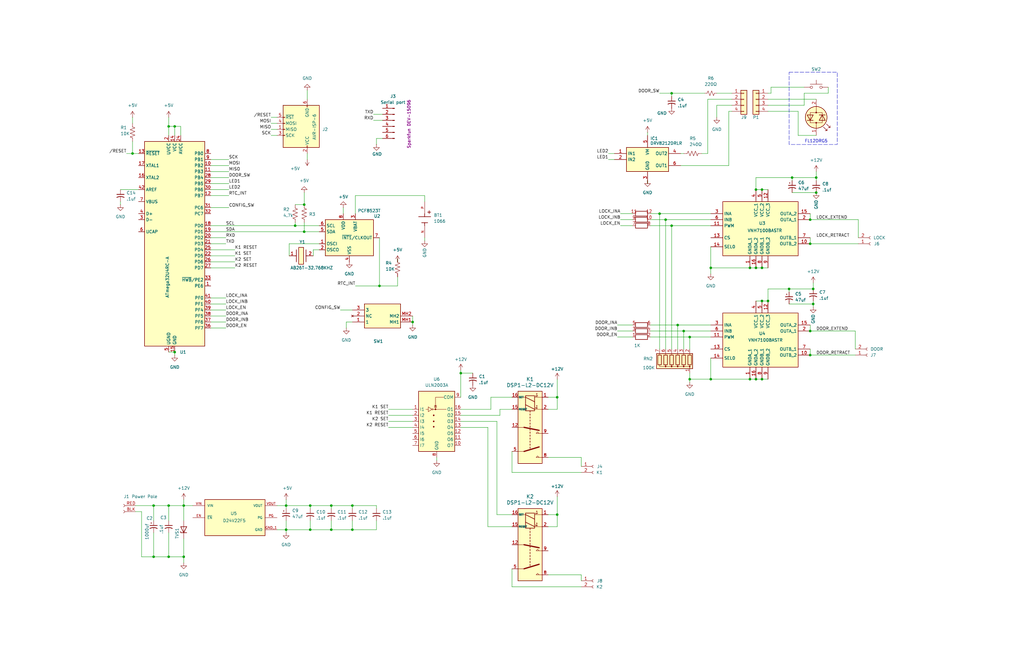
<source format=kicad_sch>
(kicad_sch (version 20250114) (generator "eeschema") (generator_version "9.0")
  (paper "B")
  (title_block (title "Chicken Coop Controller Board") (date "2026-01-12") (rev "3") (company "vinthewrench.com") (comment 1 "CERN-OHL-P v2 Permissive Open Hardware Licence") (comment 2 "© 2026 Vinnie Moscaritolo"))
  (rectangle (start 332.74 30.48) (end 353.06 60.96) (stroke (width 0) (type dash)))
  (text "FL12DRG5" (at 344.17 59.69 0) (effects (font (size 1.27 1.27))))
  (junction (at 64.77 213.36))
  (junction (at 344.17 81.28))
  (junction (at 288.29 139.7))
  (junction (at 342.9 121.92))
  (junction (at 160.02 120.65))
  (junction (at 120.65 223.52))
  (junction (at 130.81 213.36))
  (junction (at 332.74 121.92))
  (junction (at 280.67 92.71))
  (junction (at 278.13 90.17))
  (junction (at 341.63 102.87))
  (junction (at 148.59 213.36))
  (junction (at 321.31 160.02))
  (junction (at 318.77 160.02))
  (junction (at 321.31 113.03))
  (junction (at 321.31 80.01))
  (junction (at 285.75 137.16))
  (junction (at 234.95 167.64))
  (junction (at 139.7 213.36))
  (junction (at 120.65 213.36))
  (junction (at 344.17 74.93))
  (junction (at 334.01 74.93))
  (junction (at 139.7 223.52))
  (junction (at 194.31 157.48))
  (junction (at 290.83 142.24))
  (junction (at 341.63 139.7))
  (junction (at 77.47 234.95))
  (junction (at 323.85 127))
  (junction (at 318.77 80.01))
  (junction (at 316.23 160.02))
  (junction (at 299.72 160.02))
  (junction (at 234.95 217.17))
  (junction (at 71.12 234.95))
  (junction (at 64.77 234.95))
  (junction (at 130.81 223.52))
  (junction (at 55.88 64.77))
  (junction (at 342.9 128.27))
  (junction (at 73.66 53.34))
  (junction (at 299.72 113.03))
  (junction (at 341.63 92.71))
  (junction (at 73.66 148.59))
  (junction (at 71.12 213.36))
  (junction (at 290.83 160.02))
  (junction (at 173.99 135.89))
  (junction (at 283.21 39.37))
  (junction (at 318.77 113.03))
  (junction (at 124.46 95.25))
  (junction (at 128.27 86.36))
  (junction (at 71.12 53.34))
  (junction (at 77.47 213.36))
  (junction (at 148.59 223.52))
  (junction (at 283.21 95.25))
  (junction (at 316.23 113.03))
  (junction (at 321.31 127))
  (junction (at 341.63 149.86))
  (junction (at 128.27 97.79))
  (wire (pts (xy 148.59 223.52) (xy 139.7 223.52)))
  (wire (pts (xy 325.12 36.83) (xy 339.09 36.83)))
  (wire (pts (xy 148.59 213.36) (xy 158.75 213.36)))
  (wire (pts (xy 280.67 147.32) (xy 280.67 92.71)))
  (wire (pts (xy 207.01 167.64) (xy 215.9 167.64)))
  (wire (pts (xy 283.21 39.37) (xy 297.18 39.37)))
  (wire (pts (xy 285.75 137.16) (xy 285.75 147.32)))
  (wire (pts (xy 116.84 49.53) (xy 114.3 49.53)))
  (wire (pts (xy 210.82 175.26) (xy 210.82 172.72)))
  (wire (pts (xy 344.17 72.39) (xy 344.17 74.93)))
  (wire (pts (xy 274.32 139.7) (xy 288.29 139.7)))
  (wire (pts (xy 307.34 69.85) (xy 307.34 46.99)))
  (wire (pts (xy 88.9 110.49) (xy 99.06 110.49)))
  (wire (pts (xy 88.9 130.81) (xy 95.25 130.81)))
  (wire (pts (xy 124.46 93.98) (xy 124.46 95.25)))
  (wire (pts (xy 321.31 127) (xy 323.85 127)))
  (wire (pts (xy 283.21 95.25) (xy 283.21 147.32)))
  (wire (pts (xy 332.74 123.19) (xy 332.74 121.92)))
  (wire (pts (xy 344.17 74.93) (xy 334.01 74.93)))
  (wire (pts (xy 55.88 49.53) (xy 55.88 52.07)))
  (wire (pts (xy 231.14 193.04) (xy 245.11 193.04)))
  (wire (pts (xy 302.26 39.37) (xy 308.61 39.37)))
  (wire (pts (xy 194.31 177.8) (xy 209.55 177.8)))
  (wire (pts (xy 59.69 215.9) (xy 59.69 234.95)))
  (wire (pts (xy 76.2 57.15) (xy 76.2 53.34)))
  (wire (pts (xy 321.31 113.03) (xy 323.85 113.03)))
  (wire (pts (xy 143.51 130.81) (xy 148.59 130.81)))
  (wire (pts (xy 64.77 213.36) (xy 64.77 219.71)))
  (wire (pts (xy 361.95 100.33) (xy 361.95 92.71)))
  (wire (pts (xy 121.92 102.87) (xy 121.92 107.95)))
  (wire (pts (xy 323.85 121.92) (xy 332.74 121.92)))
  (wire (pts (xy 57.15 215.9) (xy 59.69 215.9)))
  (wire (pts (xy 344.17 76.2) (xy 344.17 74.93)))
  (wire (pts (xy 290.83 160.02) (xy 290.83 161.29)))
  (wire (pts (xy 88.9 80.01) (xy 96.52 80.01)))
  (wire (pts (xy 71.12 53.34) (xy 71.12 57.15)))
  (wire (pts (xy 336.55 57.15) (xy 344.17 57.15)))
  (wire (pts (xy 128.27 97.79) (xy 134.62 97.79)))
  (wire (pts (xy 88.9 138.43) (xy 95.25 138.43)))
  (wire (pts (xy 179.07 82.55) (xy 179.07 85.09)))
  (wire (pts (xy 73.66 57.15) (xy 73.66 53.34)))
  (wire (pts (xy 323.85 44.45) (xy 339.09 44.45)))
  (wire (pts (xy 73.66 148.59) (xy 73.66 149.86)))
  (wire (pts (xy 71.12 213.36) (xy 71.12 219.71)))
  (wire (pts (xy 341.63 139.7) (xy 360.68 139.7)))
  (wire (pts (xy 55.88 59.69) (xy 55.88 64.77)))
  (wire (pts (xy 148.59 219.71) (xy 148.59 223.52)))
  (wire (pts (xy 290.83 142.24) (xy 299.72 142.24)))
  (wire (pts (xy 50.8 85.09) (xy 50.8 86.36)))
  (wire (pts (xy 88.9 67.31) (xy 96.52 67.31)))
  (wire (pts (xy 260.35 142.24) (xy 266.7 142.24)))
  (wire (pts (xy 290.83 142.24) (xy 290.83 147.32)))
  (wire (pts (xy 88.9 128.27) (xy 95.25 128.27)))
  (wire (pts (xy 325.12 39.37) (xy 325.12 36.83)))
  (wire (pts (xy 184.15 193.04) (xy 184.15 194.31)))
  (wire (pts (xy 209.55 177.8) (xy 209.55 217.17)))
  (wire (pts (xy 130.81 214.63) (xy 130.81 213.36)))
  (wire (pts (xy 234.95 217.17) (xy 234.95 222.25)))
  (wire (pts (xy 139.7 213.36) (xy 139.7 214.63)))
  (wire (pts (xy 361.95 102.87) (xy 341.63 102.87)))
  (wire (pts (xy 318.77 80.01) (xy 321.31 80.01)))
  (wire (pts (xy 173.99 172.72) (xy 163.83 172.72)))
  (wire (pts (xy 149.86 120.65) (xy 160.02 120.65)))
  (wire (pts (xy 287.02 64.77) (xy 288.29 64.77)))
  (wire (pts (xy 76.2 53.34) (xy 73.66 53.34)))
  (wire (pts (xy 266.7 95.25) (xy 261.62 95.25)))
  (wire (pts (xy 342.9 119.38) (xy 342.9 121.92)))
  (wire (pts (xy 73.66 53.34) (xy 71.12 53.34)))
  (wire (pts (xy 325.12 39.37) (xy 323.85 39.37)))
  (wire (pts (xy 332.74 121.92) (xy 342.9 121.92)))
  (wire (pts (xy 77.47 227.33) (xy 77.47 234.95)))
  (wire (pts (xy 336.55 46.99) (xy 336.55 57.15)))
  (wire (pts (xy 139.7 223.52) (xy 130.81 223.52)))
  (wire (pts (xy 318.77 127) (xy 321.31 127)))
  (wire (pts (xy 88.9 82.55) (xy 96.52 82.55)))
  (wire (pts (xy 88.9 77.47) (xy 96.52 77.47)))
  (wire (pts (xy 278.13 90.17) (xy 278.13 147.32)))
  (wire (pts (xy 231.14 217.17) (xy 234.95 217.17)))
  (wire (pts (xy 71.12 213.36) (xy 77.47 213.36)))
  (wire (pts (xy 146.05 135.89) (xy 148.59 135.89)))
  (wire (pts (xy 342.9 128.27) (xy 342.9 129.54)))
  (wire (pts (xy 215.9 190.5) (xy 215.9 199.39)))
  (wire (pts (xy 124.46 95.25) (xy 134.62 95.25)))
  (wire (pts (xy 88.9 102.87) (xy 95.25 102.87)))
  (wire (pts (xy 323.85 127) (xy 323.85 121.92)))
  (wire (pts (xy 234.95 172.72) (xy 231.14 172.72)))
  (wire (pts (xy 274.32 142.24) (xy 290.83 142.24)))
  (wire (pts (xy 158.75 214.63) (xy 158.75 213.36)))
  (wire (pts (xy 88.9 125.73) (xy 95.25 125.73)))
  (wire (pts (xy 341.63 92.71) (xy 341.63 90.17)))
  (wire (pts (xy 342.9 127) (xy 342.9 128.27)))
  (wire (pts (xy 283.21 39.37) (xy 283.21 40.64)))
  (wire (pts (xy 307.34 46.99) (xy 308.61 46.99)))
  (wire (pts (xy 120.65 219.71) (xy 120.65 223.52)))
  (wire (pts (xy 71.12 224.79) (xy 71.12 234.95)))
  (wire (pts (xy 116.84 57.15) (xy 114.3 57.15)))
  (wire (pts (xy 245.11 196.85) (xy 245.11 193.04)))
  (wire (pts (xy 207.01 172.72) (xy 207.01 167.64)))
  (wire (pts (xy 179.07 100.33) (xy 179.07 101.6)))
  (wire (pts (xy 167.64 120.65) (xy 160.02 120.65)))
  (wire (pts (xy 120.65 223.52) (xy 130.81 223.52)))
  (wire (pts (xy 321.31 160.02) (xy 323.85 160.02)))
  (wire (pts (xy 129.54 38.1) (xy 129.54 41.91)))
  (wire (pts (xy 299.72 104.14) (xy 299.72 113.03)))
  (wire (pts (xy 288.29 139.7) (xy 299.72 139.7)))
  (wire (pts (xy 215.9 247.65) (xy 245.11 247.65)))
  (wire (pts (xy 149.86 90.17) (xy 149.86 82.55)))
  (wire (pts (xy 139.7 213.36) (xy 148.59 213.36)))
  (wire (pts (xy 283.21 95.25) (xy 299.72 95.25)))
  (wire (pts (xy 194.31 157.48) (xy 194.31 167.64)))
  (wire (pts (xy 215.9 240.03) (xy 215.9 247.65)))
  (wire (pts (xy 77.47 237.49) (xy 77.47 234.95)))
  (wire (pts (xy 274.32 92.71) (xy 280.67 92.71)))
  (wire (pts (xy 231.14 242.57) (xy 245.11 242.57)))
  (wire (pts (xy 194.31 175.26) (xy 210.82 175.26)))
  (wire (pts (xy 57.15 213.36) (xy 64.77 213.36)))
  (wire (pts (xy 287.02 69.85) (xy 307.34 69.85)))
  (wire (pts (xy 194.31 180.34) (xy 205.74 180.34)))
  (wire (pts (xy 88.9 105.41) (xy 99.06 105.41)))
  (wire (pts (xy 280.67 92.71) (xy 299.72 92.71)))
  (wire (pts (xy 158.75 219.71) (xy 158.75 223.52)))
  (wire (pts (xy 88.9 87.63) (xy 96.52 87.63)))
  (wire (pts (xy 77.47 213.36) (xy 81.28 213.36)))
  (wire (pts (xy 129.54 67.31) (xy 129.54 64.77)))
  (wire (pts (xy 290.83 157.48) (xy 290.83 160.02)))
  (wire (pts (xy 173.99 175.26) (xy 163.83 175.26)))
  (wire (pts (xy 341.63 147.32) (xy 341.63 149.86)))
  (wire (pts (xy 290.83 160.02) (xy 299.72 160.02)))
  (wire (pts (xy 64.77 213.36) (xy 71.12 213.36)))
  (wire (pts (xy 120.65 213.36) (xy 130.81 213.36)))
  (wire (pts (xy 349.25 36.83) (xy 349.25 39.37)))
  (wire (pts (xy 339.09 44.45) (xy 339.09 39.37)))
  (wire (pts (xy 273.05 55.88) (xy 273.05 57.15)))
  (wire (pts (xy 157.48 48.26) (xy 161.29 48.26)))
  (wire (pts (xy 88.9 95.25) (xy 124.46 95.25)))
  (wire (pts (xy 278.13 90.17) (xy 299.72 90.17)))
  (wire (pts (xy 316.23 113.03) (xy 318.77 113.03)))
  (wire (pts (xy 274.32 95.25) (xy 283.21 95.25)))
  (wire (pts (xy 321.31 80.01) (xy 323.85 80.01)))
  (wire (pts (xy 157.48 50.8) (xy 161.29 50.8)))
  (wire (pts (xy 121.92 102.87) (xy 134.62 102.87)))
  (wire (pts (xy 88.9 74.93) (xy 96.52 74.93)))
  (wire (pts (xy 130.81 213.36) (xy 139.7 213.36)))
  (wire (pts (xy 205.74 222.25) (xy 215.9 222.25)))
  (wire (pts (xy 288.29 139.7) (xy 288.29 147.32)))
  (wire (pts (xy 116.84 52.07) (xy 114.3 52.07)))
  (wire (pts (xy 88.9 97.79) (xy 128.27 97.79)))
  (wire (pts (xy 273.05 76.2) (xy 273.05 77.47)))
  (wire (pts (xy 77.47 213.36) (xy 77.47 219.71)))
  (wire (pts (xy 64.77 224.79) (xy 64.77 234.95)))
  (wire (pts (xy 245.11 245.11) (xy 245.11 242.57)))
  (wire (pts (xy 274.32 137.16) (xy 285.75 137.16)))
  (wire (pts (xy 318.77 160.02) (xy 321.31 160.02)))
  (wire (pts (xy 205.74 180.34) (xy 205.74 222.25)))
  (wire (pts (xy 234.95 167.64) (xy 234.95 172.72)))
  (wire (pts (xy 77.47 210.82) (xy 77.47 213.36)))
  (wire (pts (xy 318.77 113.03) (xy 321.31 113.03)))
  (wire (pts (xy 88.9 135.89) (xy 95.25 135.89)))
  (wire (pts (xy 341.63 102.87) (xy 341.63 100.33)))
  (wire (pts (xy 53.34 64.77) (xy 55.88 64.77)))
  (wire (pts (xy 160.02 100.33) (xy 160.02 120.65)))
  (wire (pts (xy 128.27 81.28) (xy 128.27 86.36)))
  (wire (pts (xy 71.12 148.59) (xy 73.66 148.59)))
  (wire (pts (xy 88.9 100.33) (xy 95.25 100.33)))
  (wire (pts (xy 88.9 72.39) (xy 96.52 72.39)))
  (wire (pts (xy 132.08 107.95) (xy 132.08 105.41)))
  (wire (pts (xy 128.27 93.98) (xy 128.27 97.79)))
  (wire (pts (xy 120.65 213.36) (xy 120.65 210.82)))
  (wire (pts (xy 120.65 214.63) (xy 120.65 213.36)))
  (wire (pts (xy 173.99 180.34) (xy 163.83 180.34)))
  (wire (pts (xy 299.72 113.03) (xy 316.23 113.03)))
  (wire (pts (xy 360.68 147.32) (xy 360.68 139.7)))
  (wire (pts (xy 149.86 82.55) (xy 179.07 82.55)))
  (wire (pts (xy 316.23 160.02) (xy 318.77 160.02)))
  (wire (pts (xy 298.45 41.91) (xy 298.45 64.77)))
  (wire (pts (xy 173.99 133.35) (xy 173.99 135.89)))
  (wire (pts (xy 234.95 222.25) (xy 231.14 222.25)))
  (wire (pts (xy 194.31 157.48) (xy 199.39 157.48)))
  (wire (pts (xy 88.9 113.03) (xy 99.06 113.03)))
  (wire (pts (xy 116.84 54.61) (xy 114.3 54.61)))
  (wire (pts (xy 59.69 234.95) (xy 64.77 234.95)))
  (wire (pts (xy 299.72 160.02) (xy 316.23 160.02)))
  (wire (pts (xy 158.75 60.96) (xy 158.75 58.42)))
  (wire (pts (xy 148.59 213.36) (xy 148.59 214.63)))
  (wire (pts (xy 139.7 219.71) (xy 139.7 223.52)))
  (wire (pts (xy 278.13 39.37) (xy 283.21 39.37)))
  (wire (pts (xy 55.88 64.77) (xy 58.42 64.77)))
  (wire (pts (xy 261.62 92.71) (xy 266.7 92.71)))
  (wire (pts (xy 234.95 160.02) (xy 234.95 167.64)))
  (wire (pts (xy 274.32 90.17) (xy 278.13 90.17)))
  (wire (pts (xy 298.45 41.91) (xy 308.61 41.91)))
  (wire (pts (xy 88.9 107.95) (xy 99.06 107.95)))
  (wire (pts (xy 302.26 49.53) (xy 302.26 44.45)))
  (wire (pts (xy 285.75 137.16) (xy 299.72 137.16)))
  (wire (pts (xy 215.9 199.39) (xy 245.11 199.39)))
  (wire (pts (xy 299.72 113.03) (xy 299.72 115.57)))
  (wire (pts (xy 234.95 209.55) (xy 234.95 217.17)))
  (wire (pts (xy 332.74 128.27) (xy 342.9 128.27)))
  (wire (pts (xy 194.31 156.21) (xy 194.31 157.48)))
  (wire (pts (xy 334.01 74.93) (xy 318.77 74.93)))
  (wire (pts (xy 50.8 80.01) (xy 58.42 80.01)))
  (wire (pts (xy 260.35 137.16) (xy 266.7 137.16)))
  (wire (pts (xy 116.84 213.36) (xy 120.65 213.36)))
  (wire (pts (xy 71.12 234.95) (xy 77.47 234.95)))
  (wire (pts (xy 116.84 223.52) (xy 120.65 223.52)))
  (wire (pts (xy 146.05 135.89) (xy 146.05 138.43)))
  (wire (pts (xy 261.62 90.17) (xy 266.7 90.17)))
  (wire (pts (xy 120.65 223.52) (xy 120.65 224.79)))
  (wire (pts (xy 132.08 105.41) (xy 134.62 105.41)))
  (wire (pts (xy 256.54 64.77) (xy 259.08 64.77)))
  (wire (pts (xy 158.75 223.52) (xy 148.59 223.52)))
  (wire (pts (xy 323.85 46.99) (xy 336.55 46.99)))
  (wire (pts (xy 231.14 167.64) (xy 234.95 167.64)))
  (wire (pts (xy 302.26 44.45) (xy 308.61 44.45)))
  (wire (pts (xy 167.64 110.49) (xy 167.64 109.22)))
  (wire (pts (xy 318.77 74.93) (xy 318.77 80.01)))
  (wire (pts (xy 173.99 135.89) (xy 173.99 137.16)))
  (wire (pts (xy 130.81 219.71) (xy 130.81 223.52)))
  (wire (pts (xy 144.78 87.63) (xy 144.78 90.17)))
  (wire (pts (xy 167.64 120.65) (xy 167.64 116.84)))
  (wire (pts (xy 260.35 139.7) (xy 266.7 139.7)))
  (wire (pts (xy 210.82 172.72) (xy 215.9 172.72)))
  (wire (pts (xy 124.46 86.36) (xy 128.27 86.36)))
  (wire (pts (xy 88.9 69.85) (xy 96.52 69.85)))
  (wire (pts (xy 295.91 64.77) (xy 298.45 64.77)))
  (wire (pts (xy 209.55 217.17) (xy 215.9 217.17)))
  (wire (pts (xy 173.99 177.8) (xy 163.83 177.8)))
  (wire (pts (xy 334.01 81.28) (xy 344.17 81.28)))
  (wire (pts (xy 88.9 133.35) (xy 95.25 133.35)))
  (wire (pts (xy 341.63 139.7) (xy 341.63 137.16)))
  (wire (pts (xy 194.31 172.72) (xy 207.01 172.72)))
  (wire (pts (xy 341.63 92.71) (xy 361.95 92.71)))
  (wire (pts (xy 360.68 149.86) (xy 341.63 149.86)))
  (wire (pts (xy 71.12 49.53) (xy 71.12 53.34)))
  (wire (pts (xy 158.75 58.42) (xy 161.29 58.42)))
  (wire (pts (xy 256.54 67.31) (xy 259.08 67.31)))
  (wire (pts (xy 323.85 41.91) (xy 344.17 41.91)))
  (wire (pts (xy 299.72 151.13) (xy 299.72 160.02)))
  (wire (pts (xy 339.09 39.37) (xy 349.25 39.37)))
  (wire (pts (xy 64.77 234.95) (xy 71.12 234.95)))
  (wire (pts (xy 334.01 76.2) (xy 334.01 74.93)))
  (label "DOOR_RETRACT" (at 344.17 149.86 0))
  (label "DOOR_INA" (at 260.35 137.16 180))
  (label "K2 SET" (at 163.83 177.8 180))
  (label "LOCK_RETRACT" (at 344.17 100.33 0))
  (label "LOCK_INA" (at 261.62 90.17 180))
  (label "LED2" (at 96.52 80.01 0))
  (label "TXD" (at 157.48 48.26 180))
  (label "SCL" (at 95.25 95.25 0))
  (label "K1 RESET" (at 163.83 175.26 180))
  (label "LED2" (at 256.54 64.77 180))
  (label "LED1" (at 96.52 77.47 0))
  (label "RTC_INT" (at 149.86 120.65 180))
  (label "K1 RESET" (at 99.06 105.41 0))
  (label "K2 RESET" (at 163.83 180.34 180))
  (label "K2 RESET" (at 99.06 113.03 0))
  (label "CONFIG_SW" (at 143.51 130.81 180))
  (label "RTC_INT" (at 96.52 82.55 0))
  (label "TXD" (at 95.25 102.87 0))
  (label "SCK" (at 96.52 67.31 0))
  (label "DOOR_SW" (at 96.52 74.93 0))
  (label "MISO" (at 96.52 72.39 0))
  (label "K2 SET" (at 99.06 110.49 0))
  (label "{slash}RESET" (at 114.3 49.53 180))
  (label "MOSI" (at 96.52 69.85 0))
  (label "{slash}RESET" (at 53.34 64.77 180))
  (label "LOCK_INB" (at 95.25 128.27 0))
  (label "DOOR_SW" (at 278.13 39.37 180))
  (label "DOOR_INA" (at 95.25 133.35 0))
  (label "DOOR_INB" (at 260.35 139.7 180))
  (label "SDA" (at 95.25 97.79 0))
  (label "MOSI" (at 114.3 52.07 180))
  (label "LED1" (at 256.54 67.31 180))
  (label "LOCK_EN" (at 261.62 95.25 180))
  (label "K1 SET" (at 163.83 172.72 180))
  (label "K1 SET" (at 99.06 107.95 0))
  (label "LOCK_INA" (at 95.25 125.73 0))
  (label "LOCK_INB" (at 261.62 92.71 180))
  (label "RXD" (at 157.48 50.8 180))
  (label "CONFIG_SW" (at 96.52 87.63 0))
  (label "DOOR_EN" (at 260.35 142.24 180))
  (label "RXD" (at 95.25 100.33 0))
  (label "LOCK_EXTEND" (at 344.17 92.71 0))
  (label "SCK" (at 114.3 57.15 180))
  (label "DOOR_EN" (at 95.25 138.43 0))
  (label "LOCK_EN" (at 95.25 130.81 0))
  (label "DOOR_EXTEND" (at 344.17 139.7 0))
  (label "DOOR_INB" (at 95.25 135.89 0))
  (label "MISO" (at 114.3 54.61 180))
  (symbol (lib_id "Device:C_Small_US") (at 199.39 160.02 0) (unit 1)
    (property "Reference" "C1" (at 201.93 158.8769 0) (effects (justify left)))
    (property "Value" ".1uf" (at 201.93 161.4169 0) (effects (justify left)))
    (property "Footprint" "RCER71H104K0DBH03A:RCER71H104K0DBH03A" (effects (hide yes)))
    (property "Description" "capacitor, small US symbol" (effects (hide yes)))
  )
  (symbol (lib_id "power:GND") (at 283.21 45.72 0) (unit 1)
    (property "Reference" "#PWR07" (effects (hide yes)))
    (property "Value" "GND" (at 279.146 47.752 0))
    (property "Description" "Power symbol creates a global label with name \"GND\" , ground" (effects (hide yes)))
  )
  (symbol (lib_id "D24V22F5:5V_2.5A_STEP-DOWN_D24V22F5") (at 99.06 218.44 0) (unit 1)
    (property "Reference" "U5" (at 98.552 216.662 0))
    (property "Value" "D24V22F5" (at 98.806 219.71 0))
    (property "Footprint" "D24V22F5:MODULE_5V_2.5A_STEP-DOWN_D24V22F5" (effects (hide yes)))
    (property "MF" "Pololu" (effects (hide yes)))
    (property "MAXIMUM_PACKAGE_HEIGHT" "8.12mm" (effects (hide yes)))
    (property "CREATOR" "NEZY" (effects (hide yes)))
    (property "Price" "None" (effects (hide yes)))
    (property "Package" "None" (effects (hide yes)))
    (property "Check_prices" "https://www.snapeda.com/parts/5V%202.5A%20STEP-DOWN%20D24V22F5/Pololu/view-part/?ref=eda" (effects (hide yes)))
    (property "STANDARD" "Manufacturer Recommendations" (effects (hide yes)))
    (property "PARTREV" "12 November 2015" (effects (hide yes)))
    (property "SnapEDA_Link" "https://www.snapeda.com/parts/5V%202.5A%20STEP-DOWN%20D24V22F5/Pololu/view-part/?ref=snap" (effects (hide yes)))
    (property "MP" "5V 2.5A STEP-DOWN D24V22F5" (effects (hide yes)))
    (property "Description_1" "DC DC Converter  Output       -  Input" (effects (hide yes)))
    (property "Availability" "Not in stock" (effects (hide yes)))
    (property "MANUFACTURER" "Pololu" (effects (hide yes)))
  )
  (symbol (lib_id "power:+12C") (at 194.31 156.21 0) (unit 1)
    (property "Reference" "#PWR029" (effects (hide yes)))
    (property "Value" "+12V" (at 194.31 151.638 0))
    (property "Description" "Power symbol creates a global label with name \"+12C\"" (effects (hide yes)))
  )
  (symbol (lib_id "power:GND") (at 120.65 224.79 0) (unit 1)
    (property "Reference" "#PWR026" (effects (hide yes)))
    (property "Value" "GND" (at 120.65 229.87 0))
    (property "Description" "Power symbol creates a global label with name \"GND\" , ground" (effects (hide yes)))
  )
  (symbol (lib_id "Connector:AVR-ISP-6") (at 127 54.61 0) (mirror y) (unit 1)
    (property "Reference" "J2" (at 135.89 54.6101 0) (effects (justify right)))
    (property "Value" "AVR-ISP-6" (at 132.588 48.006 90) (effects (justify right)))
    (property "Footprint" "Connector_PinHeader_2.54mm:PinHeader_2x03_P2.54mm_Vertical" (effects (hide yes)))
    (property "Description" "Atmel 6-pin ISP connector" (effects (hide yes)))
  )
  (symbol (lib_id "Connector:Conn_01x02_Socket") (at 365.76 149.86 0) (mirror x) (unit 1)
    (property "Reference" "J7" (at 367.03 149.8601 0) (effects (justify left)))
    (property "Value" "DOOR" (at 367.03 147.3201 0) (effects (justify left)))
    (property "Footprint" "TerminalBlock_Phoenix:TerminalBlock_Phoenix_MKDS-1,5-2-5.08_1x02_P5.08mm_Horizontal" (effects (hide yes)))
    (property "Description" "Generic connector, single row, 01x02, script generated" (effects (hide yes)))
  )
  (symbol (lib_id "Device:C_Small_US") (at 283.21 43.18 0) (unit 1)
    (property "Reference" "C4" (at 285.75 42.0369 0) (effects (justify left)))
    (property "Value" ".1uf" (at 285.75 44.5769 0) (effects (justify left)))
    (property "Footprint" "RCER71H104K0DBH03A:RCER71H104K0DBH03A" (effects (hide yes)))
    (property "Description" "capacitor, small US symbol" (effects (hide yes)))
  )
  (symbol (lib_id "Device:R_US") (at 128.27 90.17 0) (unit 1)
    (property "Reference" "R3" (at 130.302 90.424 0) (effects (justify left)))
    (property "Value" "4.7K" (effects (hide yes)))
    (property "Footprint" "Resistor_THT:R_Axial_DIN0204_L3.6mm_D1.6mm_P7.62mm_Horizontal" (effects (hide yes)))
    (property "Description" "Resistor, US symbol" (effects (hide yes)))
  )
  (symbol (lib_id "Device:LED_Dual_Bidirectional") (at 344.17 49.53 270) (unit 1) (on_board no)
    (property "Reference" "D1" (effects (hide yes)))
    (property "Value" "LED_Dual_Bidirectional" (effects (hide yes)))
    (property "Description" "Dual LED, bidirectional" (effects (hide yes)))
  )
  (symbol (lib_id "power:GND") (at 129.54 38.1 180) (unit 1)
    (property "Reference" "#PWR09" (effects (hide yes)))
    (property "Value" "GND" (at 129.54 33.02 0))
    (property "Description" "Power symbol creates a global label with name \"GND\" , ground" (effects (hide yes)))
  )
  (symbol (lib_id "DRV8212:DRV8212DRLR") (at 259.08 64.77 0) (unit 1)
    (property "Reference" "IC1" (at 275.844 58.42 0))
    (property "Value" "DRV8212DRLR" (at 280.924 60.452 0))
    (property "Footprint" "SOTFL50P160X60-6N" (effects (hide yes)))
    (property "Datasheet" "https://www.ti.com/lit/ds/symlink/drv8212.pdf?ts=1631761675954&ref_url=https%253A%252F%252Fwww.ti.com%252Fstore%252Fti%252Fen%252Fp%252Fproduct%252F%253Fp%253DDRV8212DRLR%2526keyMatch%253DDRV8212DRLR%2526tisearch%253Dsearch-everything%2526usecase%253DOPN" (effects (hide yes)))
    (property "Description" "Motor / Motion / Ignition Controllers & Drivers 12-V, 2-A Low voltage H-bridge motor driver" (effects (hide yes)))
    (property "Height" "0.6" (effects (hide yes)))
    (property "Mouser Part Number" "595-DRV8212DRLR" (effects (hide yes)))
    (property "Mouser Price/Stock" "https://www.mouser.co.uk/ProductDetail/Texas-Instruments/DRV8212DRLR?qs=7D1LtPJG0i3wtDTC%2FUQdKg%3D%3D" (effects (hide yes)))
    (property "Manufacturer_Name" "Texas Instruments" (effects (hide yes)))
    (property "Manufacturer_Part_Number" "DRV8212DRLR" (effects (hide yes)))
  )
  (symbol (lib_id "power:+12V") (at 342.9 119.38 0) (mirror y) (unit 1)
    (property "Reference" "#PWR023" (effects (hide yes)))
    (property "Value" "+12V" (at 342.9 114.554 0))
    (property "Description" "Power symbol creates a global label with name \"+12V\"" (effects (hide yes)))
  )
  (symbol (lib_id "Device:C_Small_US") (at 148.59 217.17 0) (unit 1)
    (property "Reference" "C12" (at 151.13 216.0269 0) (effects (justify left)))
    (property "Value" ".1uf" (at 151.13 218.5669 0) (effects (justify left)))
    (property "Footprint" "RCER71H104K0DBH03A:RCER71H104K0DBH03A" (effects (hide yes)))
    (property "Description" "capacitor, small US symbol" (effects (hide yes)))
  )
  (symbol (lib_id "power:+12C") (at 234.95 209.55 0) (unit 1)
    (property "Reference" "#PWR030" (effects (hide yes)))
    (property "Value" "+12V" (at 234.95 205.232 0))
    (property "Description" "Power symbol creates a global label with name \"+12C\"" (effects (hide yes)))
  )
  (symbol (lib_id "Device:R_US") (at 55.88 55.88 0) (unit 1)
    (property "Reference" "R1" (at 50.8 53.848 0) (effects (justify left)))
    (property "Value" "10K" (at 50.8 56.388 0) (effects (justify left)))
    (property "Footprint" "Resistor_THT:R_Axial_DIN0204_L3.6mm_D1.6mm_P7.62mm_Horizontal" (effects (hide yes)))
    (property "Description" "Resistor, US symbol" (effects (hide yes)))
  )
  (symbol (lib_id "Connector_Generic:Conn_01x04") (at 318.77 41.91 0) (mirror y) (unit 1) (on_board no)
    (property "Reference" "P1" (at 318.77 49.53 0))
    (property "Value" "Mini‑Fit Jr" (effects (hide yes)))
    (property "Footprint" "Connector_Molex:Molex_Mini-Fit_Jr_5566-04A_2x02_P4.20mm_Vertical" (effects (hide yes)))
    (property "Description" "Generic connector, single row, 01x04, script generated (kicad-library-utils/schlib/autogen/connector/)" (effects (hide yes)))
  )
  (symbol (lib_id "power:+5V") (at 71.12 49.53 0) (unit 1)
    (property "Reference" "#PWR03" (effects (hide yes)))
    (property "Value" "+5V" (at 71.12 44.45 0))
    (property "Description" "Power symbol creates a global label with name \"+5V\"" (effects (hide yes)))
  )
  (symbol (lib_id "Device:R_Pack06_SIP_Split") (at 270.51 90.17 270) (unit 6)
    (property "Reference" "RN4" (effects (hide yes)))
    (property "Value" "1K" (effects (hide yes)))
    (property "Footprint" "Resistor_THT:R_Array_SIP12" (effects (hide yes)))
    (property "Datasheet" "http://www.vishay.com/docs/31509/csc.pdf" (effects (hide yes)))
    (property "Description" "6 resistor network, parallel topology, SIP package, split" (effects (hide yes)))
    (property "Manufacturer_Part_Number" "4612X-102-102LF" (effects (hide yes)))
  )
  (symbol (lib_id "power:GND") (at 128.27 81.28 0) (mirror x) (unit 1)
    (property "Reference" "#PWR08" (effects (hide yes)))
    (property "Value" "+5V" (at 126.238 76.2 0) (effects (justify left)))
    (property "Description" "Power symbol creates a global label with name \"GND\" , ground" (effects (hide yes)))
  )
  (symbol (lib_id "Device:R_US") (at 167.64 113.03 0) (unit 1)
    (property "Reference" "R4" (at 162.56 110.998 0) (effects (justify left)))
    (property "Value" "10K" (at 162.56 113.538 0) (effects (justify left)))
    (property "Footprint" "Resistor_THT:R_Axial_DIN0204_L3.6mm_D1.6mm_P7.62mm_Horizontal" (effects (hide yes)))
    (property "Description" "Resistor, US symbol" (effects (hide yes)))
  )
  (symbol (lib_id "power:GND") (at 146.05 138.43 0) (unit 1)
    (property "Reference" "#PWR014" (effects (hide yes)))
    (property "Value" "GND" (at 146.05 143.51 0))
    (property "Description" "Power symbol creates a global label with name \"GND\" , ground" (effects (hide yes)))
  )
  (symbol (lib_id "power:GND") (at 158.75 60.96 0) (mirror y) (unit 1)
    (property "Reference" "#PWR013" (effects (hide yes)))
    (property "Value" "GND" (at 159.004 65.024 0))
    (property "Description" "Power symbol creates a global label with name \"GND\" , ground" (effects (hide yes)))
  )
  (symbol (lib_id "Switch:SW_Push") (at 344.17 36.83 0) (unit 1) (on_board no)
    (property "Reference" "SW2" (at 344.17 29.21 0))
    (property "Value" "SW_Push" (effects (hide yes)))
    (property "Description" "Push button switch, generic, two pins" (effects (hide yes)))
  )
  (symbol (lib_id "Transistor_Array:ULN2003A") (at 184.15 177.8 0) (unit 1)
    (property "Reference" "U6" (at 184.15 160.02 0))
    (property "Value" "ULN2003A" (at 184.15 162.56 0))
    (property "Footprint" "Package_DIP:DIP-16_W7.62mm" (effects (hide yes)))
    (property "Datasheet" "http://www.ti.com/lit/ds/symlink/uln2003a.pdf" (effects (hide yes)))
    (property "Description" "High Voltage, High Current Darlington Transistor Arrays, SOIC16/SOIC16W/DIP16/TSSOP16" (effects (hide yes)))
  )
  (symbol (lib_id "power:+5V") (at 120.65 210.82 0) (unit 1)
    (property "Reference" "#PWR027" (effects (hide yes)))
    (property "Value" "+5V" (at 121.158 205.994 0))
    (property "Description" "Power symbol creates a global label with name \"+5V\"" (effects (hide yes)))
  )
  (symbol (lib_id "Device:R_Pack06_SIP_Split") (at 270.51 142.24 270) (unit 1)
    (property "Reference" "RN4" (effects (hide yes)))
    (property "Value" "1K" (at 268.732 145.796 90))
    (property "Footprint" "Resistor_THT:R_Array_SIP12" (effects (hide yes)))
    (property "Datasheet" "http://www.vishay.com/docs/31509/csc.pdf" (effects (hide yes)))
    (property "Description" "6 resistor network, parallel topology, SIP package, split" (effects (hide yes)))
    (property "Manufacturer_Part_Number" "4612X-102-102LF" (effects (hide yes)))
  )
  (symbol (lib_id "VNH7100BASTR:VNH7100BASTR") (at 300.99 134.62 0) (unit 1)
    (property "Reference" "U4" (at 320.04 140.716 0) (effects (justify left)))
    (property "Value" "VNH7100BASTR" (at 315.468 143.51 0) (effects (justify left)))
    (property "Footprint" "SOIC127P600X175-16N" (effects (hide yes)))
    (property "Datasheet" "https://www.st.com/resource/en/datasheet/dm00314832.pdf" (effects (hide yes)))
    (property "Description" "STMicroelectronics VNH7100BASTR Motor Driver IC 16-Pin, SOIC" (effects (hide yes)))
    (property "Height" "1.75" (effects (hide yes)))
    (property "Manufacturer_Name" "STMicroelectronics" (effects (hide yes)))
    (property "Manufacturer_Part_Number" "VNH7100BASTR" (effects (hide yes)))
    (property "Mouser Part Number" "511-VNH7100BASTR" (effects (hide yes)))
    (property "Mouser Price/Stock" "https://www.mouser.co.uk/ProductDetail/STMicroelectronics/VNH7100BASTR?qs=5aG0NVq1C4zGSYti1WIHtQ%3D%3D" (effects (hide yes)))
    (property "Arrow Part Number" "VNH7100BASTR" (effects (hide yes)))
    (property "Arrow Price/Stock" "https://www.arrow.com/en/products/vnh7100bastr/stmicroelectronics?utm_currency=USD&region=nac" (effects (hide yes)))
  )
  (symbol (lib_id "power:GND") (at 290.83 161.29 0) (unit 1)
    (property "Reference" "#PWR021" (effects (hide yes)))
    (property "Value" "GND" (at 290.83 166.37 0))
    (property "Description" "Power symbol creates a global label with name \"GND\" , ground" (effects (hide yes)))
  )
  (symbol (lib_id "Device:R_Network06") (at 283.21 152.4 180) (unit 1)
    (property "Reference" "RN2" (at 271.272 151.384 0) (effects (justify right)))
    (property "Value" "100K" (at 271.018 155.194 0) (effects (justify right)))
    (property "Footprint" "Resistor_THT:R_Array_SIP7" (effects (hide yes)))
    (property "Datasheet" "https://www.mouser.com/datasheet/3/40/1/4600x.pdf" (effects (hide yes)))
    (property "Description" "6 resistor network, star topology, bussed resistors, small symbol" (effects (hide yes)))
    (property "Manufacturer_Part_Number" "4607X-101-104LF" (effects (hide yes)))
  )
  (symbol (lib_id "Device:C_Small_US") (at 130.81 217.17 0) (unit 1)
    (property "Reference" "C10" (at 133.35 216.0269 0) (effects (justify left)))
    (property "Value" ".1uf" (at 133.35 218.5669 0) (effects (justify left)))
    (property "Footprint" "RCER71H104K0DBH03A:RCER71H104K0DBH03A" (effects (hide yes)))
    (property "Description" "capacitor, small US symbol" (effects (hide yes)))
  )
  (symbol (lib_id "Connector_Generic:Conn_01x04") (at 313.69 41.91 0) (unit 1)
    (property "Reference" "J9" (at 313.69 49.53 0))
    (property "Value" "Mini‑Fit Jr" (effects (hide yes)))
    (property "Footprint" "Connector_Molex:Molex_Mini-Fit_Jr_5566-04A_2x02_P4.20mm_Vertical" (effects (hide yes)))
    (property "Description" "Generic connector, single row, 01x04, script generated (kicad-library-utils/schlib/autogen/connector/)" (effects (hide yes)))
  )
  (symbol (lib_id "Device:R_Pack06_SIP_Split") (at 270.51 137.16 270) (unit 3)
    (property "Reference" "RN4" (effects (hide yes)))
    (property "Value" "1K" (effects (hide yes)))
    (property "Footprint" "Resistor_THT:R_Array_SIP12" (effects (hide yes)))
    (property "Datasheet" "http://www.vishay.com/docs/31509/csc.pdf" (effects (hide yes)))
    (property "Description" "6 resistor network, parallel topology, SIP package, split" (effects (hide yes)))
    (property "Manufacturer_Part_Number" "4612X-102-102LF" (effects (hide yes)))
  )
  (symbol (lib_id "Device:C_Polarized_Small_US") (at 334.01 78.74 0) (unit 1)
    (property "Reference" "C6" (at 336.55 77.0381 0) (effects (justify left)))
    (property "Value" "47uf" (at 336.55 79.5781 0) (effects (justify left)))
    (property "Footprint" "Capacitor_THT:CP_Radial_D5.0mm_P2.00mm" (effects (hide yes)))
    (property "Description" "Polarized capacitor, small US symbol" (effects (hide yes)))
  )
  (symbol (lib_id "Device:C_Polarized_Small_US") (at 120.65 217.17 0) (unit 1)
    (property "Reference" "C9" (at 123.19 215.4681 0) (effects (justify left)))
    (property "Value" "47uf" (at 123.19 218.0081 0) (effects (justify left)))
    (property "Footprint" "Capacitor_THT:CP_Radial_D5.0mm_P2.00mm" (effects (hide yes)))
    (property "Description" "Polarized capacitor, small US symbol" (effects (hide yes)))
  )
  (symbol (lib_id "Device:R_US") (at 124.46 90.17 0) (unit 1)
    (property "Reference" "R2" (at 119.38 88.392 0) (effects (justify left)))
    (property "Value" "4.7k" (at 119.38 90.932 0) (effects (justify left)))
    (property "Footprint" "Resistor_THT:R_Axial_DIN0204_L3.6mm_D1.6mm_P7.62mm_Horizontal" (effects (hide yes)))
    (property "Description" "Resistor, US symbol" (effects (hide yes)))
  )
  (symbol (lib_id "Device:C_Small_US") (at 158.75 217.17 0) (unit 1)
    (property "Reference" "C13" (at 161.29 216.0269 0) (effects (justify left)))
    (property "Value" ".1uf" (at 161.29 218.5669 0) (effects (justify left)))
    (property "Footprint" "RCER71H104K0DBH03A:RCER71H104K0DBH03A" (effects (hide yes)))
    (property "Description" "capacitor, small US symbol" (effects (hide yes)))
  )
  (symbol (lib_id "power:GND1") (at 199.39 162.56 0) (unit 1)
    (property "Reference" "#PWR032" (effects (hide yes)))
    (property "Value" "GND" (at 199.39 167.64 0))
    (property "Description" "Power symbol creates a global label with name \"GND1\" , ground" (effects (hide yes)))
  )
  (symbol (lib_id "power:GND") (at 50.8 86.36 0) (unit 1)
    (property "Reference" "#PWR01" (effects (hide yes)))
    (property "Value" "GND" (at 50.8 91.44 0))
    (property "Description" "Power symbol creates a global label with name \"GND\" , ground" (effects (hide yes)))
  )
  (symbol (lib_id "Connector:Conn_01x02_Socket") (at 250.19 245.11 0) (unit 1)
    (property "Reference" "J8" (at 251.714 245.11 0) (effects (justify left)))
    (property "Value" "K2" (at 251.46 247.6499 0) (effects (justify left)))
    (property "Footprint" "TerminalBlock_Phoenix:TerminalBlock_Phoenix_MKDS-1,5-2-5.08_1x02_P5.08mm_Horizontal" (effects (hide yes)))
    (property "Description" "Generic connector, single row, 01x02, script generated" (effects (hide yes)))
  )
  (symbol (lib_id "Connector:Conn_01x06_Pin") (at 166.37 50.8 0) (mirror y) (unit 1)
    (property "Reference" "J3" (at 165.735 40.64 0))
    (property "Value" "Serial port" (at 165.735 43.18 0))
    (property "Footprint" "Connector_PinHeader_2.54mm:PinHeader_1x06_P2.54mm_Vertical" (effects (hide yes)))
    (property "Description" "Generic connector, single row, 01x06, script generated" (effects (hide yes)))
    (property "NOTE" "Sparkfun DEV-15096" (at 172.466 52.324 90))
  )
  (symbol (lib_id "Device:C_Polarized_Small_US") (at 332.74 125.73 0) (unit 1)
    (property "Reference" "C5" (at 335.28 124.0281 0) (effects (justify left)))
    (property "Value" "47uf" (at 335.28 126.5681 0) (effects (justify left)))
    (property "Footprint" "Capacitor_THT:CP_Radial_D5.0mm_P2.00mm" (effects (hide yes)))
    (property "Description" "Polarized capacitor, small US symbol" (effects (hide yes)))
  )
  (symbol (lib_id "Device:R_Pack06_SIP_Split") (at 270.51 95.25 270) (unit 4)
    (property "Reference" "RN4" (effects (hide yes)))
    (property "Value" "1K" (effects (hide yes)))
    (property "Footprint" "Resistor_THT:R_Array_SIP12" (effects (hide yes)))
    (property "Datasheet" "http://www.vishay.com/docs/31509/csc.pdf" (effects (hide yes)))
    (property "Description" "6 resistor network, parallel topology, SIP package, split" (effects (hide yes)))
    (property "Manufacturer_Part_Number" "4612X-102-102LF" (effects (hide yes)))
  )
  (symbol (lib_id "power:GND") (at 299.72 115.57 0) (unit 1)
    (property "Reference" "#PWR020" (effects (hide yes)))
    (property "Value" "GND" (at 299.72 120.65 0))
    (property "Description" "Power symbol creates a global label with name \"GND\" , ground" (effects (hide yes)))
  )
  (symbol (lib_id "power:GND") (at 147.32 110.49 0) (unit 1)
    (property "Reference" "#PWR012" (effects (hide yes)))
    (property "Value" "GND" (at 147.32 115.57 0))
    (property "Description" "Power symbol creates a global label with name \"GND\" , ground" (effects (hide yes)))
  )
  (symbol (lib_id "power:GND") (at 179.07 101.6 0) (unit 1)
    (property "Reference" "#PWR015" (effects (hide yes)))
    (property "Value" "GND" (at 179.07 106.68 90))
    (property "Description" "Power symbol creates a global label with name \"GND\" , ground" (effects (hide yes)))
  )
  (symbol (lib_id "Device:R_US") (at 292.1 64.77 90) (unit 1)
    (property "Reference" "R5" (at 292.1 58.42 90))
    (property "Value" "240Ω" (at 293.37 60.96 90))
    (property "Footprint" "Resistor_THT:R_Axial_DIN0204_L3.6mm_D1.6mm_P7.62mm_Horizontal" (effects (hide yes)))
    (property "Description" "Resistor, US symbol" (effects (hide yes)))
  )
  (symbol (lib_id "MCU_Microchip_ATmega:ATmega32U4RC-A") (at 73.66 102.87 0) (unit 1)
    (property "Reference" "U1" (at 75.8033 148.59 0) (effects (justify left)))
    (property "Value" "ATmega32U4RC-A" (at 70.612 125.73 90) (effects (justify left)))
    (property "Footprint" "Package_QFP:TQFP-44_10x10mm_P0.8mm" (effects (hide yes)))
    (property "Datasheet" "http://ww1.microchip.com/downloads/en/DeviceDoc/Atmel-7766-8-bit-AVR-ATmega16U4-32U4_Datasheet.pdf" (effects (hide yes)))
    (property "Description" "16MHz, 32kB Flash, 2.5kB SRAM, 1kB EEPROM, USB 2.0, RC Osc, TQFP-44" (effects (hide yes)))
  )
  (symbol (lib_id "Device:C_Small_US") (at 50.8 82.55 0) (unit 1)
    (property "Reference" "C14" (at 53.34 81.4069 0) (effects (justify left)))
    (property "Value" ".1uf" (at 53.34 83.9469 0) (effects (justify left)))
    (property "Footprint" "RCER71H104K0DBH03A:RCER71H104K0DBH03A" (effects (hide yes)))
    (property "Description" "capacitor, small US symbol" (effects (hide yes)))
  )
  (symbol (lib_id "power:GND") (at 302.26 49.53 0) (unit 1)
    (property "Reference" "#PWR019" (effects (hide yes)))
    (property "Value" "GND" (at 302.26 54.61 0))
    (property "Description" "Power symbol creates a global label with name \"GND\" , ground" (effects (hide yes)))
  )
  (symbol (lib_id "power:+5V") (at 273.05 55.88 0) (unit 1)
    (property "Reference" "#PWR017" (effects (hide yes)))
    (property "Value" "+5V" (at 273.05 50.8 0))
    (property "Description" "Power symbol creates a global label with name \"+5V\"" (effects (hide yes)))
  )
  (symbol (lib_id "DSP1-L2-DC12V:DSP1-L2-DC12V") (at 200.66 166.37 0) (unit 1)
    (property "Reference" "K1" (at 223.52 160.02 0) (effects (font (size 1.524 1.524))))
    (property "Value" "DSP1-L2-DC12V" (at 223.52 162.56 0) (effects (font (size 1.524 1.524))))
    (property "Footprint" "DSP1-L2-DC12V" (effects (hide yes)))
    (property "Datasheet" "DSP1-L2-DC12V" (effects (hide yes)))
  )
  (symbol (lib_name "Conn_01x02_Socket_1") (lib_id "Connector:Conn_01x02_Socket") (at 58.42 215.9 0) (mirror x) (unit 1)
    (property "Reference" "J1" (at 53.34 209.55 0))
    (property "Value" "Power Pole" (at 60.96 209.55 0))
    (property "Footprint" "powerpole:powerpole" (effects (hide yes)))
    (property "Description" "Generic connector, single row, 01x02, script generated" (effects (hide yes)))
  )
  (symbol (lib_id "Connector:Conn_01x02_Socket") (at 250.19 196.85 0) (unit 1)
    (property "Reference" "J4" (at 251.714 196.85 0) (effects (justify left)))
    (property "Value" "K1" (at 251.46 199.3899 0) (effects (justify left)))
    (property "Footprint" "TerminalBlock_Phoenix:TerminalBlock_Phoenix_MKDS-1,5-2-5.08_1x02_P5.08mm_Horizontal" (effects (hide yes)))
    (property "Description" "Generic connector, single row, 01x02, script generated" (effects (hide yes)))
  )
  (symbol (lib_id "Device:C_Polarized_Small_US") (at 64.77 222.25 0) (unit 1)
    (property "Reference" "C2" (at 61.722 218.694 0) (effects (justify left)))
    (property "Value" "1000uf" (at 61.976 227.838 90) (effects (justify left)))
    (property "Footprint" "Capacitor_THT:CP_Radial_D10.0mm_P5.00mm" (effects (hide yes)))
    (property "Description" "Polarized capacitor, small US symbol" (effects (hide yes)))
  )
  (symbol (lib_id "Device:R_Small_US") (at 299.72 39.37 90) (unit 1)
    (property "Reference" "R6" (at 299.72 33.02 90))
    (property "Value" "220Ω" (at 299.72 35.56 90))
    (property "Footprint" "Resistor_THT:R_Axial_DIN0204_L3.6mm_D1.6mm_P7.62mm_Horizontal" (effects (hide yes)))
    (property "Description" "Resistor, small US symbol" (effects (hide yes)))
  )
  (symbol (lib_id "power:GND") (at 144.78 87.63 0) (mirror x) (unit 1)
    (property "Reference" "#PWR011" (effects (hide yes)))
    (property "Value" "+5V" (at 142.748 83.058 0) (effects (justify left)))
    (property "Description" "Power symbol creates a global label with name \"GND\" , ground" (effects (hide yes)))
  )
  (symbol (lib_id "power:+5V") (at 55.88 49.53 0) (unit 1)
    (property "Reference" "#PWR02" (effects (hide yes)))
    (property "Value" "+5V" (at 55.88 44.45 0))
    (property "Description" "Power symbol creates a global label with name \"+5V\"" (effects (hide yes)))
  )
  (symbol (lib_id "Device:C_Small_US") (at 342.9 124.46 0) (unit 1)
    (property "Reference" "C7" (at 345.44 123.3169 0) (effects (justify left)))
    (property "Value" ".1uf" (at 345.44 125.8569 0) (effects (justify left)))
    (property "Footprint" "RCER71H104K0DBH03A:RCER71H104K0DBH03A" (effects (hide yes)))
    (property "Description" "capacitor, small US symbol" (effects (hide yes)))
  )
  (symbol (lib_id "power:GND") (at 344.17 81.28 0) (unit 1)
    (property "Reference" "#PWR025" (effects (hide yes)))
    (property "Value" "GND" (at 344.17 86.36 90))
    (property "Description" "Power symbol creates a global label with name \"GND\" , ground" (effects (hide yes)))
  )
  (symbol (lib_id "power:+5VA") (at 129.54 67.31 180) (unit 1)
    (property "Reference" "#PWR010" (effects (hide yes)))
    (property "Value" "+5V" (at 124.46 71.12 0))
    (property "Description" "Power symbol creates a global label with name \"+5VA\"" (effects (hide yes)))
  )
  (symbol (lib_id "power:+12V") (at 77.47 210.82 0) (mirror y) (unit 1)
    (property "Reference" "#PWR05" (effects (hide yes)))
    (property "Value" "+12V" (at 77.47 205.994 0))
    (property "Description" "Power symbol creates a global label with name \"+12V\"" (effects (hide yes)))
  )
  (symbol (lib_id "DSP1-L2-DC12V:DSP1-L2-DC12V") (at 200.66 215.9 0) (unit 1)
    (property "Reference" "K2" (at 223.52 209.55 0) (effects (font (size 1.524 1.524))))
    (property "Value" "DSP1-L2-DC12V" (at 223.52 212.09 0) (effects (font (size 1.524 1.524))))
    (property "Footprint" "DSP1-L2-DC12V" (effects (hide yes)))
    (property "Datasheet" "DSP1-L2-DC12V" (effects (hide yes)))
  )
  (symbol (lib_id "Device:C_Small_US") (at 139.7 217.17 0) (unit 1)
    (property "Reference" "C11" (at 142.24 216.0269 0) (effects (justify left)))
    (property "Value" ".1uf" (at 142.24 218.5669 0) (effects (justify left)))
    (property "Footprint" "RCER71H104K0DBH03A:RCER71H104K0DBH03A" (effects (hide yes)))
    (property "Description" "capacitor, small US symbol" (effects (hide yes)))
  )
  (symbol (lib_id "AB26T32768KHZ:AB26T-32.768KHZ") (at 121.92 107.95 0) (unit 1)
    (property "Reference" "Y1" (at 126.238 102.108 0) (effects (justify left)))
    (property "Value" "AB26T-32.768KHZ" (at 122.428 113.03 0) (effects (justify left)))
    (property "Footprint" "AB26T32768KHZ" (effects (hide yes)))
    (property "Datasheet" "https://abracon.com/Resonators/AB26T.pdf" (effects (hide yes)))
    (property "Description" "32.768kHz WATCH CRYSTAL, 6.2 x 02.1MM CYLINDER PACKAGE" (effects (hide yes)))
    (property "Height" "6.2" (effects (hide yes)))
    (property "Mouser Part Number" "815-AB26T-32.768KHZ" (effects (hide yes)))
    (property "Mouser Price/Stock" "https://www.mouser.co.uk/ProductDetail/ABRACON/AB26T-32.768KHZ?qs=m%252BUhWDcpCfZq%2FBFfwzExYQ%3D%3D" (effects (hide yes)))
    (property "Manufacturer_Name" "ABRACON" (effects (hide yes)))
    (property "Manufacturer_Part_Number" "AB26T-32.768KHZ" (effects (hide yes)))
  )
  (symbol (lib_id "power:+5V") (at 167.64 110.49 0) (unit 1)
    (property "Reference" "#PWR016" (effects (hide yes)))
    (property "Value" "+5V" (at 167.64 105.41 0))
    (property "Description" "Power symbol creates a global label with name \"+5V\"" (effects (hide yes)))
  )
  (symbol (lib_id "Connector:Conn_01x02_Socket") (at 367.03 102.87 0) (mirror x) (unit 1)
    (property "Reference" "J6" (at 368.554 102.87 0) (effects (justify left)))
    (property "Value" "LOCK" (at 368.3 100.3301 0) (effects (justify left)))
    (property "Footprint" "TerminalBlock_Phoenix:TerminalBlock_Phoenix_MKDS-1,5-2-5.08_1x02_P5.08mm_Horizontal" (effects (hide yes)))
    (property "Description" "Generic connector, single row, 01x02, script generated" (effects (hide yes)))
  )
  (symbol (lib_id "keystone 1066:1066") (at 179.07 92.71 270) (unit 1)
    (property "Reference" "BT1" (at 182.88 90.8049 90) (effects (justify left)))
    (property "Value" "1066" (at 182.88 93.3449 90) (effects (justify left)))
    (property "Footprint" "keystone 1066:BAT_1066" (effects (hide yes)))
    (property "MF" "Keystone Electronics" (effects (hide yes)))
    (property "MAXIMUM_PACKAGE_HEIGHT" "9.8mm" (effects (hide yes)))
    (property "Package" "None" (effects (hide yes)))
    (property "Price" "None" (effects (hide yes)))
    (property "Check_prices" "https://www.snapeda.com/parts/1066/Keystone/view-part/?ref=eda" (effects (hide yes)))
    (property "STANDARD" "Manufacturer Recommendations" (effects (hide yes)))
    (property "PARTREV" "E" (effects (hide yes)))
    (property "SnapEDA_Link" "https://www.snapeda.com/parts/1066/Keystone/view-part/?ref=snap" (effects (hide yes)))
    (property "MP" "1066" (effects (hide yes)))
    (property "Purchase-URL" "https://www.snapeda.com/api/url_track_click_mouser/?unipart_id=132787&manufacturer=Keystone Electronics&part_name=1066&search_term=keystone 1066" (effects (hide yes)))
    (property "Description_1" "THM Holder for 20mm Cell-Top Loading" (effects (hide yes)))
    (property "MANUFACTURER" "Keystone Electronics" (effects (hide yes)))
    (property "Availability" "In Stock" (effects (hide yes)))
    (property "SNAPEDA_PN" "1066" (effects (hide yes)))
  )
  (symbol (lib_id "VNH7100BASTR:VNH7100BASTR") (at 300.99 87.63 0) (unit 1)
    (property "Reference" "U3" (at 320.04 94.234 0) (effects (justify left)))
    (property "Value" "VNH7100BASTR" (at 315.214 97.282 0) (effects (justify left)))
    (property "Footprint" "SOIC127P600X175-16N" (effects (hide yes)))
    (property "Datasheet" "https://www.st.com/resource/en/datasheet/dm00314832.pdf" (effects (hide yes)))
    (property "Description" "STMicroelectronics VNH7100BASTR Motor Driver IC 16-Pin, SOIC" (effects (hide yes)))
    (property "Height" "1.75" (effects (hide yes)))
    (property "Manufacturer_Name" "STMicroelectronics" (effects (hide yes)))
    (property "Manufacturer_Part_Number" "VNH7100BASTR" (effects (hide yes)))
    (property "Mouser Part Number" "511-VNH7100BASTR" (effects (hide yes)))
    (property "Mouser Price/Stock" "https://www.mouser.co.uk/ProductDetail/STMicroelectronics/VNH7100BASTR?qs=5aG0NVq1C4zGSYti1WIHtQ%3D%3D" (effects (hide yes)))
    (property "Arrow Part Number" "VNH7100BASTR" (effects (hide yes)))
    (property "Arrow Price/Stock" "https://www.arrow.com/en/products/vnh7100bastr/stmicroelectronics?utm_currency=USD&region=nac" (effects (hide yes)))
  )
  (symbol (lib_id "power:+12V") (at 344.17 72.39 0) (mirror y) (unit 1)
    (property "Reference" "#PWR024" (effects (hide yes)))
    (property "Value" "+12V" (at 344.17 67.564 0))
    (property "Description" "Power symbol creates a global label with name \"+12V\"" (effects (hide yes)))
  )
  (symbol (lib_id "Diode:PTVS18VZ1USK") (at 77.47 223.52 90) (unit 1)
    (property "Reference" "TVS1" (at 74.676 222.758 0) (effects (justify right)))
    (property "Value" "P6SMB18A" (effects (hide yes)))
    (property "Footprint" "Diode_SMD:D_SMB_Handsoldering" (effects (hide yes)))
    (property "Datasheet" "https://www.mouser.com/datasheet/2/54/p6smb-778327.pdf" (effects (hide yes)))
    (property "Description" "ESD Protection Diodes / TVS Diodes 18V 600W UniDir" (effects (hide yes)))
  )
  (symbol (lib_id "Device:C_Small_US") (at 344.17 78.74 0) (unit 1)
    (property "Reference" "C8" (at 346.71 77.5969 0) (effects (justify left)))
    (property "Value" ".1uf" (at 346.71 80.1369 0) (effects (justify left)))
    (property "Footprint" "RCER71H104K0DBH03A:RCER71H104K0DBH03A" (effects (hide yes)))
    (property "Description" "capacitor, small US symbol" (effects (hide yes)))
  )
  (symbol (lib_id "power:+12C") (at 234.95 160.02 0) (unit 1)
    (property "Reference" "#PWR028" (effects (hide yes)))
    (property "Value" "+12V" (at 234.95 155.702 0))
    (property "Description" "Power symbol creates a global label with name \"+12C\"" (effects (hide yes)))
  )
  (symbol (lib_id "power:GND") (at 173.99 137.16 0) (unit 1)
    (property "Reference" "#PWR031" (effects (hide yes)))
    (property "Value" "GND" (at 173.99 142.24 0))
    (property "Description" "Power symbol creates a global label with name \"GND\" , ground" (effects (hide yes)))
  )
  (symbol (lib_id "power:GND") (at 273.05 76.2 0) (unit 1)
    (property "Reference" "#PWR018" (effects (hide yes)))
    (property "Value" "GND" (at 273.05 81.28 0))
    (property "Description" "Power symbol creates a global label with name \"GND\" , ground" (effects (hide yes)))
  )
  (symbol (lib_id "power:GND") (at 73.66 149.86 0) (unit 1)
    (property "Reference" "#PWR04" (effects (hide yes)))
    (property "Value" "GND" (at 73.66 154.94 0))
    (property "Description" "Power symbol creates a global label with name \"GND\" , ground" (effects (hide yes)))
  )
  (symbol (lib_id "Timer_RTC:PCF8523T") (at 147.32 100.33 0) (unit 1)
    (property "Reference" "U2" (at 159.004 91.186 0))
    (property "Value" "PCF8523T" (at 155.702 88.9 0))
    (property "Footprint" "Package_SO:SOIC-8_3.9x4.9mm_P1.27mm" (effects (hide yes)))
    (property "Datasheet" "https://www.nxp.com/docs/en/data-sheet/PCF8523.pdf" (effects (hide yes)))
    (property "Description" "Realtime Clock/Calendar I2C Interface, SOIC-8" (effects (hide yes)))
  )
  (symbol (lib_id "power:GND") (at 77.47 237.49 0) (unit 1)
    (property "Reference" "#PWR06" (effects (hide yes)))
    (property "Value" "GND" (at 77.47 242.57 0))
    (property "Description" "Power symbol creates a global label with name \"GND\" , ground" (effects (hide yes)))
  )
  (symbol (lib_id "AS11CH  SLIDE SW:AS11CH") (at 173.99 135.89 180) (unit 1)
    (property "Reference" "SW1" (at 159.512 144.018 0))
    (property "Value" "SW_SPST" (effects (hide yes)))
    (property "Footprint" "AS11CH" (effects (hide yes)))
    (property "Datasheet" "https://componentsearchengine.com/Datasheets/1/AS11CH.pdf" (effects (hide yes)))
    (property "Description" "Switch Slide ON None OFF SPST Side Slide 0.1A 28VAC 28VDC 0.4VA 50000Cycles PC Pins Bracket Mount/Through Hole" (effects (hide yes)))
    (property "Height" "6.18" (effects (hide yes)))
    (property "Mouser Part Number" "633-AS11CH" (effects (hide yes)))
    (property "Mouser Price/Stock" "https://www.mouser.co.uk/ProductDetail/NKK-Switches/AS11CH?qs=MODAV37v1mC%2FcDng1K%2FMsg%3D%3D" (effects (hide yes)))
    (property "Manufacturer_Name" "NKK Switches" (effects (hide yes)))
    (property "Manufacturer_Part_Number" "AS11CH" (effects (hide yes)))
  )
  (symbol (lib_id "Device:C_Small_US") (at 71.12 222.25 0) (unit 1)
    (property "Reference" "C3" (at 67.564 218.44 0) (effects (justify left)))
    (property "Value" ".1uf" (at 68.072 225.298 90) (effects (justify left)))
    (property "Footprint" "RCER71H104K0DBH03A:RCER71H104K0DBH03A" (effects (hide yes)))
    (property "Description" "capacitor, small US symbol" (effects (hide yes)))
  )
  (symbol (lib_id "power:GND") (at 342.9 129.54 0) (unit 1)
    (property "Reference" "#PWR022" (effects (hide yes)))
    (property "Value" "GND" (at 342.9 134.62 90))
    (property "Description" "Power symbol creates a global label with name \"GND\" , ground" (effects (hide yes)))
  )
  (symbol (lib_id "Device:R_Pack06_SIP_Split") (at 270.51 92.71 270) (unit 5)
    (property "Reference" "RN4" (effects (hide yes)))
    (property "Value" "1K" (effects (hide yes)))
    (property "Footprint" "Resistor_THT:R_Array_SIP12" (effects (hide yes)))
    (property "Datasheet" "http://www.vishay.com/docs/31509/csc.pdf" (effects (hide yes)))
    (property "Description" "6 resistor network, parallel topology, SIP package, split" (effects (hide yes)))
    (property "Manufacturer_Part_Number" "4612X-102-102LF" (effects (hide yes)))
  )
  (symbol (lib_id "Device:R_Pack06_SIP_Split") (at 270.51 139.7 270) (unit 2)
    (property "Reference" "RN4" (effects (hide yes)))
    (property "Value" "1K" (effects (hide yes)))
    (property "Footprint" "Resistor_THT:R_Array_SIP12" (effects (hide yes)))
    (property "Datasheet" "http://www.vishay.com/docs/31509/csc.pdf" (effects (hide yes)))
    (property "Description" "6 resistor network, parallel topology, SIP package, split" (effects (hide yes)))
    (property "Manufacturer_Part_Number" "4612X-102-102LF" (effects (hide yes)))
  )
  (symbol (lib_id "power:GND1") (at 184.15 194.31 0) (unit 1)
    (property "Reference" "#PWR0101" (effects (hide yes)))
    (property "Value" "GND" (at 184.15 199.39 0))
    (property "Description" "Power symbol creates a global label with name \"GND1\" , ground" (effects (hide yes)))
  )
)
</source>
